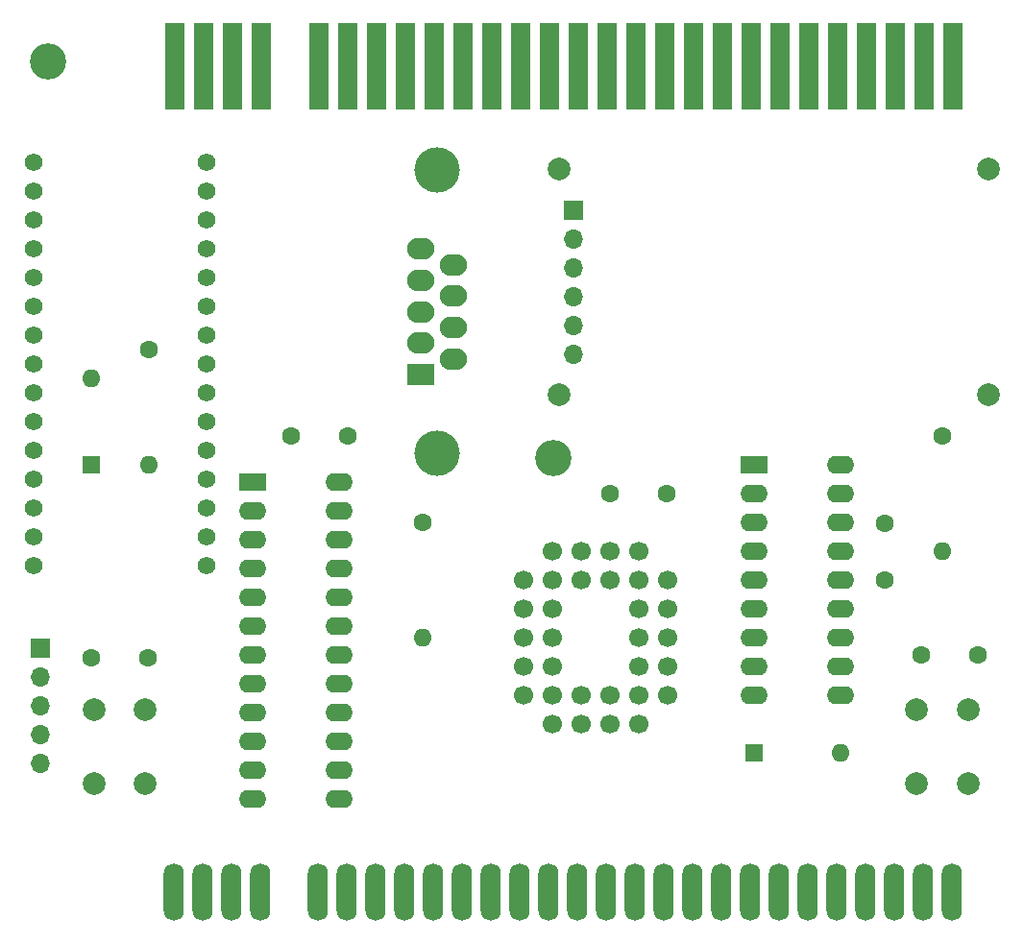
<source format=gbr>
%TF.GenerationSoftware,KiCad,Pcbnew,5.99.0-unknown-2f00a2ada~93~ubuntu20.04.1*%
%TF.CreationDate,2020-11-28T09:21:34+01:00*%
%TF.ProjectId,ZX Dandanator Mini 2.1b,5a582044-616e-4646-916e-61746f72204d,rev?*%
%TF.SameCoordinates,PX6a2f1b0PY2a6a278*%
%TF.FileFunction,Soldermask,Top*%
%TF.FilePolarity,Negative*%
%FSLAX46Y46*%
G04 Gerber Fmt 4.6, Leading zero omitted, Abs format (unit mm)*
G04 Created by KiCad (PCBNEW 5.99.0-unknown-2f00a2ada~93~ubuntu20.04.1) date 2020-11-28 09:21:34*
%MOMM*%
%LPD*%
G01*
G04 APERTURE LIST*
%ADD10C,1.600000*%
%ADD11R,2.400000X1.600000*%
%ADD12O,2.400000X1.600000*%
%ADD13C,1.998980*%
%ADD14O,1.600000X1.600000*%
%ADD15O,1.778000X5.080000*%
%ADD16R,1.778000X7.620000*%
%ADD17C,1.699260*%
%ADD18R,1.600000X1.600000*%
%ADD19C,2.000000*%
%ADD20C,4.000000*%
%ADD21R,2.400000X1.900000*%
%ADD22O,2.400000X1.900000*%
%ADD23R,1.700000X1.700000*%
%ADD24O,1.700000X1.700000*%
%ADD25C,1.574800*%
%ADD26C,3.200000*%
G04 APERTURE END LIST*
D10*
%TO.C,C1*%
X77560000Y-49530000D03*
X77560000Y-44530000D03*
%TD*%
%TO.C,C2*%
X7620000Y-56381000D03*
X12620000Y-56381000D03*
%TD*%
%TO.C,C3*%
X80790000Y-56095000D03*
X85790000Y-56095000D03*
%TD*%
%TO.C,C4*%
X53340000Y-41910000D03*
X58340000Y-41910000D03*
%TD*%
%TO.C,C5*%
X30226000Y-36830000D03*
X25226000Y-36830000D03*
%TD*%
D11*
%TO.C,U1*%
X66040000Y-39370000D03*
D12*
X66040000Y-41910000D03*
X66040000Y-44450000D03*
X66040000Y-46990000D03*
X66040000Y-49530000D03*
X66040000Y-52070000D03*
X66040000Y-54610000D03*
X66040000Y-57150000D03*
X66040000Y-59690000D03*
X73660000Y-59690000D03*
X73660000Y-57150000D03*
X73660000Y-54610000D03*
X73660000Y-52070000D03*
X73660000Y-49530000D03*
X73660000Y-46990000D03*
X73660000Y-44450000D03*
X73660000Y-41910000D03*
X73660000Y-39370000D03*
%TD*%
D13*
%TO.C,SW2*%
X80403560Y-60960000D03*
X84904440Y-67462400D03*
X80403560Y-67462400D03*
X84904440Y-60960000D03*
%TD*%
D10*
%TO.C,R2*%
X82654000Y-36830000D03*
D14*
X82654000Y-46990000D03*
%TD*%
D11*
%TO.C,U2*%
X21844000Y-40894000D03*
D12*
X21844000Y-43434000D03*
X21844000Y-45974000D03*
X21844000Y-48514000D03*
X21844000Y-51054000D03*
X21844000Y-53594000D03*
X21844000Y-56134000D03*
X21844000Y-58674000D03*
X21844000Y-61214000D03*
X21844000Y-63754000D03*
X21844000Y-66294000D03*
X21844000Y-68834000D03*
X29464000Y-68834000D03*
X29464000Y-66294000D03*
X29464000Y-63754000D03*
X29464000Y-61214000D03*
X29464000Y-58674000D03*
X29464000Y-56134000D03*
X29464000Y-53594000D03*
X29464000Y-51054000D03*
X29464000Y-48514000D03*
X29464000Y-45974000D03*
X29464000Y-43434000D03*
X29464000Y-40894000D03*
%TD*%
D15*
%TO.C,J1*%
X14907000Y-77000000D03*
X17447000Y-77000000D03*
X19987000Y-77000000D03*
X22527000Y-77000000D03*
X27607000Y-77000000D03*
X30147000Y-77000000D03*
X32687000Y-77000000D03*
X35227000Y-77000000D03*
X37767000Y-77000000D03*
X40307000Y-77000000D03*
X42847000Y-77000000D03*
X45387000Y-77000000D03*
X47927000Y-77000000D03*
X50467000Y-77000000D03*
X53007000Y-77000000D03*
X55547000Y-77000000D03*
X58087000Y-77000000D03*
X60627000Y-77000000D03*
X63167000Y-77000000D03*
X65707000Y-77000000D03*
X68247000Y-77000000D03*
X70787000Y-77000000D03*
X73327000Y-77000000D03*
X75867000Y-77000000D03*
X78407000Y-77000000D03*
X80947000Y-77000000D03*
X83487000Y-77000000D03*
%TD*%
D16*
%TO.C,J2*%
X15034000Y-4191000D03*
X17574000Y-4191000D03*
X20114000Y-4191000D03*
X22654000Y-4191000D03*
X27734000Y-4191000D03*
X30274000Y-4191000D03*
X32814000Y-4191000D03*
X35354000Y-4191000D03*
X37894000Y-4191000D03*
X40434000Y-4191000D03*
X42974000Y-4191000D03*
X45514000Y-4191000D03*
X48054000Y-4191000D03*
X50594000Y-4191000D03*
X53134000Y-4191000D03*
X55674000Y-4191000D03*
X58214000Y-4191000D03*
X60754000Y-4191000D03*
X63294000Y-4191000D03*
X65834000Y-4191000D03*
X68374000Y-4191000D03*
X70914000Y-4191000D03*
X73454000Y-4191000D03*
X75994000Y-4191000D03*
X78534000Y-4191000D03*
X81074000Y-4191000D03*
X83614000Y-4191000D03*
%TD*%
D10*
%TO.C,R1*%
X36830000Y-44450000D03*
D14*
X36830000Y-54610000D03*
%TD*%
D13*
%TO.C,SW1*%
X7909560Y-60960000D03*
X12410440Y-67462400D03*
X7909560Y-67462400D03*
X12410440Y-60960000D03*
%TD*%
D17*
%TO.C,U3*%
X53340000Y-49530000D03*
X50800000Y-46990000D03*
X50800000Y-49530000D03*
X48260000Y-46990000D03*
X45720000Y-49530000D03*
X48260000Y-49530000D03*
X45720000Y-52070000D03*
X48260000Y-52070000D03*
X45720000Y-54610000D03*
X48260000Y-54610000D03*
X45720000Y-57150000D03*
X48260000Y-57150000D03*
X45720000Y-59690000D03*
X48260000Y-62230000D03*
X48260000Y-59690000D03*
X50800000Y-62230000D03*
X50800000Y-59690000D03*
X53340000Y-62230000D03*
X53340000Y-59690000D03*
X55880000Y-62230000D03*
X58420000Y-59690000D03*
X55880000Y-59690000D03*
X58420000Y-57150000D03*
X55880000Y-57150000D03*
X58420000Y-54610000D03*
X55880000Y-54610000D03*
X58420000Y-52070000D03*
X55880000Y-52070000D03*
X58420000Y-49530000D03*
X55880000Y-46990000D03*
X55880000Y-49530000D03*
X53340000Y-46990000D03*
%TD*%
D18*
%TO.C,D1*%
X66040000Y-64770000D03*
D14*
X73660000Y-64770000D03*
%TD*%
D19*
%TO.C,H3*%
X48895000Y-33181800D03*
%TD*%
D18*
%TO.C,D2*%
X7620000Y-39370000D03*
D14*
X7620000Y-31750000D03*
%TD*%
D20*
%TO.C,DB1*%
X38123000Y-13360000D03*
X38123000Y-38360000D03*
D21*
X36703000Y-31400000D03*
D22*
X36703000Y-28630000D03*
X36703000Y-25860000D03*
X36703000Y-23090000D03*
X36703000Y-20320000D03*
X39543000Y-30015000D03*
X39543000Y-27245000D03*
X39543000Y-24475000D03*
X39543000Y-21705000D03*
%TD*%
D23*
%TO.C,J3*%
X50165000Y-16891000D03*
D24*
X50165000Y-19431000D03*
X50165000Y-21971000D03*
X50165000Y-24511000D03*
X50165000Y-27051000D03*
X50165000Y-29591000D03*
%TD*%
D25*
%TO.C,A1*%
X17780000Y-48260000D03*
X17780000Y-45720000D03*
X17780000Y-43180000D03*
X17780000Y-40640000D03*
X17780000Y-38100000D03*
X17780000Y-35560000D03*
X17780000Y-33020000D03*
X17780000Y-30480000D03*
X17780000Y-27940000D03*
X17780000Y-25400000D03*
X17780000Y-22860000D03*
X17780000Y-20320000D03*
X17780000Y-17780000D03*
X17780000Y-15240000D03*
X17780000Y-12700000D03*
X2540000Y-12700000D03*
X2540000Y-15240000D03*
X2540000Y-17780000D03*
X2540000Y-20320000D03*
X2540000Y-22860000D03*
X2540000Y-25400000D03*
X2540000Y-27940000D03*
X2540000Y-30480000D03*
X2540000Y-33020000D03*
X2540000Y-35560000D03*
X2540000Y-38100000D03*
X2540000Y-40640000D03*
X2540000Y-43180000D03*
X2540000Y-45720000D03*
X2540000Y-48260000D03*
%TD*%
D10*
%TO.C,R3*%
X12700000Y-29210000D03*
D14*
X12700000Y-39370000D03*
%TD*%
D19*
%TO.C,H5*%
X48895000Y-13293600D03*
%TD*%
%TO.C,H4*%
X86741000Y-33197800D03*
%TD*%
D26*
%TO.C,H2*%
X3810000Y-3810000D03*
%TD*%
%TO.C,H1*%
X48387000Y-38735000D03*
%TD*%
D19*
%TO.C,H6*%
X86715600Y-13293600D03*
%TD*%
D23*
%TO.C,J4*%
X3175000Y-55499000D03*
D24*
X3175000Y-58039000D03*
X3175000Y-60579000D03*
X3175000Y-63119000D03*
X3175000Y-65659000D03*
%TD*%
M02*

</source>
